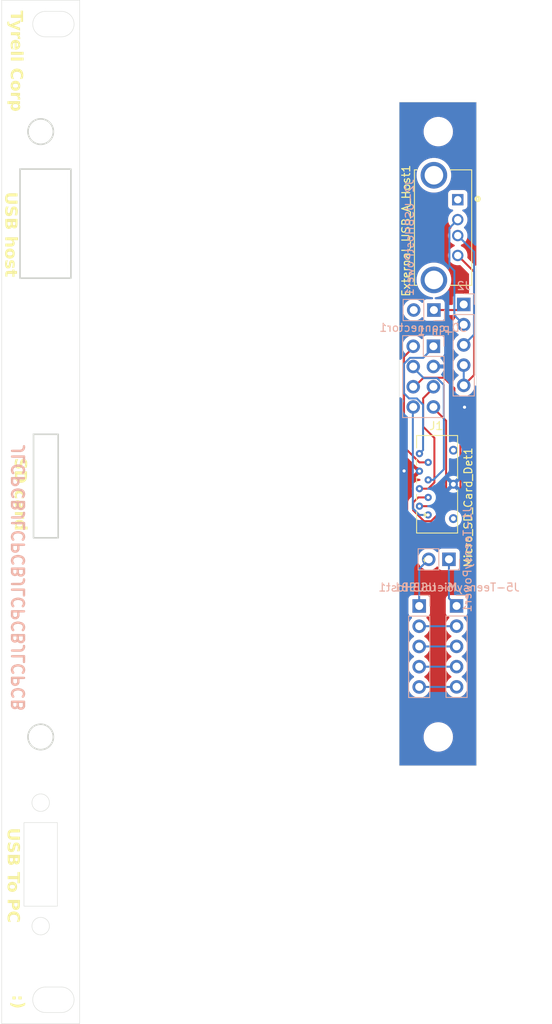
<source format=kicad_pcb>
(kicad_pcb (version 20221018) (generator pcbnew)
  (layers (0 "F.Cu" signal) (31 "B.Cu" signal) (34 "B.Paste" user) (35 "F.Paste" user) (36 "B.SilkS" user "B.Silkscreen") (37 "F.SilkS" user "F.Silkscreen") (38 "B.Mask" user) (39 "F.Mask" user) (44 "Edge.Cuts" user))
  (net 0 "")
  (net 1 "Net-(External_USB_A_Host1-VBUS)")
  (net 2 "Net-(External_USB_A_Host1-D-)")
  (net 3 "Net-(External_USB_A_Host1-D+)")
  (net 4 "Net-(External_USB_A_Host1-GND)")
  (net 5 "/DAT2")
  (net 6 "/DAT0")
  (net 7 "/CMD")
  (net 8 "/VCC")
  (net 9 "/CLK")
  (net 10 "GND")
  (net 11 "/DAT1")
  (net 13 "Net-(J2-Pin_1)")
  (net 14 "/DAT3")
  (net 15 "Net-(J1-TeensyPower1-Pin_1)")
  (net 16 "Net-(J1-TeensyPower1-Pin_2)")
  (net 17 "Net-(J5-TeensyMicroUSB1-Pin_2)")
  (net 18 "Net-(J5-TeensyMicroUSB1-Pin_3)")
  (net 19 "Net-(J5-TeensyMicroUSB1-Pin_4)")
  (net 20 "Net-(J5-TeensyMicroUSB1-Pin_5)")
  (net 21 "Net-(External_USB_A_Host1-VUSB)")
  (footprint "footprints:PJS008U-3000-0" (layer "F.Cu") (at 127.929999 102.728 90)
    (fp_text reference "J1" (at 11.176 1.016) (layer "F.SilkS"))
    (fp_text value "Micro_SD_Card_Det1" (at 0.940003 5.032 90) (layer "F.SilkS"))
    (fp_text user "*" (at -5.663997 -0.048 90) (layer "F.SilkS"))
    (fp_text user "*" (at 0 0 90) (layer "F.SilkS"))
    (fp_line (start -2.2714 -1.457) (end -2.2714 3.6992) (stroke (width 0.12)) (layer "F.SilkS"))
    (fp_line (start -2.2714 3.6992) (end 3.13251 3.6992) (stroke (width 0.12)) (layer "F.SilkS"))
    (fp_line (start 0.395333 -1.457) (end -2.2714 -1.457) (stroke (width 0.12)) (layer "F.SilkS"))
    (fp_line (start 2.595333 -1.457) (end 1.804668 -1.457) (stroke (width 0.12)) (layer "F.SilkS"))
    (fp_line (start 4.56749 3.6992) (end 9.9714 3.6992) (stroke (width 0.12)) (layer "F.SilkS"))
    (fp_line (start 4.795332 -1.457) (end 4.004669 -1.457) (stroke (width 0.12)) (layer "F.SilkS"))
    (fp_line (start 6.995332 -1.457) (end 6.204667 -1.457) (stroke (width 0.12)) (layer "F.SilkS"))
    (fp_line (start 9.9714 -1.457) (end 8.404667 -1.457) (stroke (width 0.12)) (layer "F.SilkS"))
    (fp_line (start 9.9714 3.6992) (end 9.9714 -1.457) (stroke (width 0.12)) (layer "F.SilkS"))
    (pad "1" thru_hole circle (at 0 0 90) (size 0.9144 0.9144) (drill 0.4064) (layers "*.Cu" "*.Mask") (net 5 "/DAT2"))
    (pad "2" thru_hole circle (at 1.1 -1.1 90) (size 0.9144 0.9144) (drill 0.4064) (layers "*.Cu" "*.Mask") (net 14 "/DAT3"))
    (pad "3" thru_hole circle (at 2.200001 0 90) (size 0.9144 0.9144) (drill 0.4064) (layers "*.Cu" "*.Mask") (net 7 "/CMD"))
    (pad "4" thru_hole circle (at 3.300001 -1.1 90) (size 0.9144 0.9144) (drill 0.4064) (layers "*.Cu" "*.Mask") (net 8 "/VCC"))
    (pad "5" thru_hole circle (at 4.399999 0 90) (size 0.9144 0.9144) (drill 0.4064) (layers "*.Cu" "*.Mask") (net 9 "/CLK"))
    (pad "6" thru_hole circle (at 5.499999 -1.1 90) (size 0.9144 0.9144) (drill 0.4064) (layers "*.Cu" "*.Mask") (net 10 "GND"))
    (pad "7" thru_hole circle (at 6.599999 0 90) (size 0.9144 0.9144) (drill 0.4064) (layers "*.Cu" "*.Mask") (net 6 "/DAT0"))
    (pad "8" thru_hole circle (at 7.7 -1.1 90) (size 0.9144 0.9144) (drill 0.4064) (layers "*.Cu" "*.Mask") (net 11 "/DAT1"))
    (pad "9" thru_hole circle (at -0.458 3.170001 90) (size 1.1176 1.1176) (drill 0.6096) (layers "*.Cu" "*.Mask"))
    (pad "10" thru_hole circle (at 3.85 3.170001 90) (size 1.1176 1.1176) (drill 0.6096) (layers "*.Cu" "*.Mask") (net 10 "GND"))
    (pad "11" thru_hole circle (at 8.128 3.170001 90) (size 1.1176 1.1176) (drill 0.6096) (layers "*.Cu" "*.Mask"))
  )
  (footprint "usba1vsb6:ONSHORE_USB-A1VSB6" (layer "F.Cu") (at 128.65 66.65 -90)
    (fp_text reference "External_USB_A_Host1" (at 0.4 3.5 90) (layer "F.SilkS"))
    (fp_text value "USB_A")
    (fp_line (start -7.25 -4.75) (end 7.25 -4.75) (stroke (width 0.127)) (layer "F.SilkS"))
    (fp_line (start -7.25 -2) (end -7.25 -4.75) (stroke (width 0.127)) (layer "F.SilkS"))
    (fp_line (start -7.25 2.45) (end -7.25 2.15) (stroke (width 0.127)) (layer "F.SilkS"))
    (fp_line (start 7.25 -4.75) (end 7.25 -2) (stroke (width 0.127)) (layer "F.SilkS"))
    (fp_line (start 7.25 2.15) (end 7.25 2.45) (stroke (width 0.127)) (layer "F.SilkS"))
    (fp_line (start 7.25 2.45) (end -7.25 2.45) (stroke (width 0.127)) (layer "F.SilkS"))
    (fp_circle (center -3.6 -5.5) (end -3.5 -5.5) (stroke (width 0.3)) (fill none) (layer "F.SilkS"))
    (pad "1" thru_hole rect (at -3.5 -3 270) (size 1.428 1.428) (drill 0.92) (layers "*.Cu" "*.Mask") (net 1 "Net-(External_USB_A_Host1-VBUS)"))
    (pad "2" thru_hole circle (at -1 -3 270) (size 1.428 1.428) (drill 0.92) (layers "*.Cu" "*.Mask") (net 2 "Net-(External_USB_A_Host1-D-)"))
    (pad "3" thru_hole circle (at 1 -3 270) (size 1.428 1.428) (drill 0.92) (layers "*.Cu" "*.Mask") (net 3 "Net-(External_USB_A_Host1-D+)"))
    (pad "4" thru_hole circle (at 3.5 -3 270) (size 1.428 1.428) (drill 0.92) (layers "*.Cu" "*.Mask") (net 4 "Net-(External_USB_A_Host1-GND)"))
    (pad "S1" thru_hole circle (at -6.57 0 270) (size 3.346 3.346) (drill 2.33) (layers "*.Cu" "*.Mask"))
    (pad "S2" thru_hole circle (at 6.57 0 270) (size 3.346 3.346) (drill 2.33) (layers "*.Cu" "*.Mask"))
  )
  (footprint "MountingHole:MountingHole_3.2mm_M3" (layer "F.Cu") (at 129.2 130.6)
    (fp_text reference "H2" hide)
    (fp_text value "MountingHole" hide)
    (pad "" np_thru_hole circle (at 0 0) (size 3.2 3.2) (drill 3.2) (layers "*.Cu" "*.Mask"))
  )
  (footprint "MountingHole:MountingHole_3.2mm_M3" (layer "F.Cu") (at 129.2 54.6)
    (fp_text reference "H1" hide)
    (fp_text value "MountingHole" hide)
    (pad "" np_thru_hole circle (at 0 0) (size 3.2 3.2) (drill 3.2) (layers "*.Cu" "*.Mask"))
  )
  (footprint "Connector_PinHeader_2.54mm:PinHeader_1x05_P2.54mm_Vertical" (layer "B.Cu") (at 131.5 114.15 180)
    (fp_text reference "J5-TeensyMicroUSB1" (at 0 2.33) (layer "B.SilkS") (effects (justify mirror)))
    (fp_text value "USB 5 pin to Teensy/MicroUSB")
    (fp_line (start -1.33 -11.49) (end 1.33 -11.49) (stroke (width 0.12)) (layer "B.SilkS"))
    (fp_line (start -1.33 -1.27) (end -1.33 -11.49) (stroke (width 0.12)) (layer "B.SilkS"))
    (fp_line (start -1.33 -1.27) (end 1.33 -1.27) (stroke (width 0.12)) (layer "B.SilkS"))
    (fp_line (start -1.33 0) (end -1.33 1.33) (stroke (width 0.12)) (layer "B.SilkS"))
    (fp_line (start -1.33 1.33) (end 0 1.33) (stroke (width 0.12)) (layer "B.SilkS"))
    (fp_line (start 1.33 -1.27) (end 1.33 -11.49) (stroke (width 0.12)) (layer "B.SilkS"))
    (pad "1" thru_hole rect (at 0 0 180) (size 1.7 1.7) (drill 1) (layers "*.Cu" "*.Mask") (net 15 "Net-(J1-TeensyPower1-Pin_1)"))
    (pad "2" thru_hole oval (at 0 -2.54 180) (size 1.7 1.7) (drill 1) (layers "*.Cu" "*.Mask") (net 17 "Net-(J5-TeensyMicroUSB1-Pin_2)"))
    (pad "3" thru_hole oval (at 0 -5.08 180) (size 1.7 1.7) (drill 1) (layers "*.Cu" "*.Mask") (net 18 "Net-(J5-TeensyMicroUSB1-Pin_3)"))
    (pad "4" thru_hole oval (at 0 -7.62 180) (size 1.7 1.7) (drill 1) (layers "*.Cu" "*.Mask") (net 19 "Net-(J5-TeensyMicroUSB1-Pin_4)"))
    (pad "5" thru_hole oval (at 0 -10.16 180) (size 1.7 1.7) (drill 1) (layers "*.Cu" "*.Mask") (net 20 "Net-(J5-TeensyMicroUSB1-Pin_5)"))
  )
  (footprint "Connector_PinHeader_2.54mm:PinHeader_1x02_P2.54mm_Vertical" (layer "B.Cu") (at 130.54 108.3 90)
    (fp_text reference "J1-TeensyPower1" (at 0 2.33 90) (layer "B.SilkS") (effects (justify mirror)))
    (fp_text value "USB power - Teensy device")
    (fp_line (start -1.33 -3.87) (end 1.33 -3.87) (stroke (width 0.12)) (layer "B.SilkS"))
    (fp_line (start -1.33 -1.27) (end -1.33 -3.87) (stroke (width 0.12)) (layer "B.SilkS"))
    (fp_line (start -1.33 -1.27) (end 1.33 -1.27) (stroke (width 0.12)) (layer "B.SilkS"))
    (fp_line (start -1.33 0) (end -1.33 1.33) (stroke (width 0.12)) (layer "B.SilkS"))
    (fp_line (start -1.33 1.33) (end 0 1.33) (stroke (width 0.12)) (layer "B.SilkS"))
    (fp_line (start 1.33 -1.27) (end 1.33 -3.87) (stroke (width 0.12)) (layer "B.SilkS"))
    (pad "1" thru_hole rect (at 0 0 90) (size 1.7 1.7) (drill 1) (layers "*.Cu" "*.Mask") (net 15 "Net-(J1-TeensyPower1-Pin_1)"))
    (pad "2" thru_hole oval (at 0 -2.54 90) (size 1.7 1.7) (drill 1) (layers "*.Cu" "*.Mask") (net 16 "Net-(J1-TeensyPower1-Pin_2)"))
  )
  (footprint "Connector_PinHeader_2.54mm:PinHeader_1x02_P2.54mm_Vertical" (layer "B.Cu") (at 128.65 77 90)
    (fp_text reference "J2-USBHostPower1" (at 9.1 -3.05 270) (layer "B.SilkS") (effects (justify mirror)))
    (fp_text value "USB power - host")
    (fp_line (start -1.33 -3.87) (end 1.33 -3.87) (stroke (width 0.12)) (layer "B.SilkS"))
    (fp_line (start -1.33 -1.27) (end -1.33 -3.87) (stroke (width 0.12)) (layer "B.SilkS"))
    (fp_line (start -1.33 -1.27) (end 1.33 -1.27) (stroke (width 0.12)) (layer "B.SilkS"))
    (fp_line (start -1.33 0) (end -1.33 1.33) (stroke (width 0.12)) (layer "B.SilkS"))
    (fp_line (start -1.33 1.33) (end 0 1.33) (stroke (width 0.12)) (layer "B.SilkS"))
    (fp_line (start 1.33 -1.27) (end 1.33 -3.87) (stroke (width 0.12)) (layer "B.SilkS"))
    (pad "1" thru_hole rect (at 0 0 90) (size 1.7 1.7) (drill 1) (layers "*.Cu" "*.Mask") (net 13 "Net-(J2-Pin_1)"))
    (pad "2" thru_hole oval (at 0 -2.54 90) (size 1.7 1.7) (drill 1) (layers "*.Cu" "*.Mask") (net 21 "Net-(External_USB_A_Host1-VUSB)"))
  )
  (footprint "Connector_PinHeader_2.54mm:PinHeader_1x05_P2.54mm_Vertical" (layer "B.Cu") (at 126.8 114.16 180)
    (fp_text reference "J6-USBHost1" (at 0 2.33) (layer "B.SilkS") (effects (justify mirror)))
    (fp_text value "USB 5 pin to frontpanel/Type C")
    (fp_line (start -1.33 -11.49) (end 1.33 -11.49) (stroke (width 0.12)) (layer "B.SilkS"))
    (fp_line (start -1.33 -1.27) (end -1.33 -11.49) (stroke (width 0.12)) (layer "B.SilkS"))
    (fp_line (start -1.33 -1.27) (end 1.33 -1.27) (stroke (width 0.12)) (layer "B.SilkS"))
    (fp_line (start -1.33 0) (end -1.33 1.33) (stroke (width 0.12)) (layer "B.SilkS"))
    (fp_line (start -1.33 1.33) (end 0 1.33) (stroke (width 0.12)) (layer "B.SilkS"))
    (fp_line (start 1.33 -1.27) (end 1.33 -11.49) (stroke (width 0.12)) (layer "B.SilkS"))
    (pad "1" thru_hole rect (at 0 0 180) (size 1.7 1.7) (drill 1) (layers "*.Cu" "*.Mask") (net 16 "Net-(J1-TeensyPower1-Pin_2)"))
    (pad "2" thru_hole oval (at 0 -2.54 180) (size 1.7 1.7) (drill 1) (layers "*.Cu" "*.Mask") (net 17 "Net-(J5-TeensyMicroUSB1-Pin_2)"))
    (pad "3" thru_hole oval (at 0 -5.08 180) (size 1.7 1.7) (drill 1) (layers "*.Cu" "*.Mask") (net 18 "Net-(J5-TeensyMicroUSB1-Pin_3)"))
    (pad "4" thru_hole oval (at 0 -7.62 180) (size 1.7 1.7) (drill 1) (layers "*.Cu" "*.Mask") (net 19 "Net-(J5-TeensyMicroUSB1-Pin_4)"))
    (pad "5" thru_hole oval (at 0 -10.16 180) (size 1.7 1.7) (drill 1) (layers "*.Cu" "*.Mask") (net 20 "Net-(J5-TeensyMicroUSB1-Pin_5)"))
  )
  (footprint "Connector_PinHeader_2.54mm:PinHeader_1x05_P2.54mm_Vertical" (layer "B.Cu") (at 132.4 76.3 180)
    (fp_text reference "J2" (at 0 2.33) (layer "B.SilkS") (effects (justify mirror)))
    (fp_text value "Internal_USB_Host_Teensy")
    (fp_line (start -1.33 -11.49) (end 1.33 -11.49) (stroke (width 0.12)) (layer "B.SilkS"))
    (fp_line (start -1.33 -1.27) (end -1.33 -11.49) (stroke (width 0.12)) (layer "B.SilkS"))
    (fp_line (start -1.33 -1.27) (end 1.33 -1.27) (stroke (width 0.12)) (layer "B.SilkS"))
    (fp_line (start -1.33 0) (end -1.33 1.33) (stroke (width 0.12)) (layer "B.SilkS"))
    (fp_line (start -1.33 1.33) (end 0 1.33) (stroke (width 0.12)) (layer "B.SilkS"))
    (fp_line (start 1.33 -1.27) (end 1.33 -11.49) (stroke (width 0.12)) (layer "B.SilkS"))
    (pad "1" thru_hole rect (at 0 0 180) (size 1.7 1.7) (drill 1) (layers "*.Cu" "*.Mask") (net 13 "Net-(J2-Pin_1)"))
    (pad "2" thru_hole oval (at 0 -2.54 180) (size 1.7 1.7) (drill 1) (layers "*.Cu" "*.Mask") (net 2 "Net-(External_USB_A_Host1-D-)"))
    (pad "3" thru_hole oval (at 0 -5.08 180) (size 1.7 1.7) (drill 1) (layers "*.Cu" "*.Mask") (net 3 "Net-(External_USB_A_Host1-D+)"))
    (pad "4" thru_hole oval (at 0 -7.62 180) (size 1.7 1.7) (drill 1) (layers "*.Cu" "*.Mask") (net 4 "Net-(External_USB_A_Host1-GND)"))
    (pad "5" thru_hole oval (at 0 -10.16 180) (size 1.7 1.7) (drill 1) (layers "*.Cu" "*.Mask") (net 4 "Net-(External_USB_A_Host1-GND)"))
  )
  (footprint "Connector_PinHeader_2.54mm:PinHeader_2x04_P2.54mm_Vertical" (layer "B.Cu") (at 128.59 81.55 180)
    (fp_text reference "SD_connector1" (at 1.27 2.33) (layer "B.SilkS") (effects (justify mirror)))
    (fp_text value "Conn_02x04_Odd_Even")
    (fp_line (start -1.33 -8.95) (end 3.87 -8.95) (stroke (width 0.12)) (layer "B.SilkS"))
    (fp_line (start -1.33 -1.27) (end -1.33 -8.95) (stroke (width 0.12)) (layer "B.SilkS"))
    (fp_line (start -1.33 -1.27) (end 1.27 -1.27) (stroke (width 0.12)) (layer "B.SilkS"))
    (fp_line (start -1.33 0) (end -1.33 1.33) (stroke (width 0.12)) (layer "B.SilkS"))
    (fp_line (start -1.33 1.33) (end 0 1.33) (stroke (width 0.12)) (layer "B.SilkS"))
    (fp_line (start 1.27 -1.27) (end 1.27 1.33) (stroke (width 0.12)) (layer "B.SilkS"))
    (fp_line (start 1.27 1.33) (end 3.87 1.33) (stroke (width 0.12)) (layer "B.SilkS"))
    (fp_line (start 3.87 1.33) (end 3.87 -8.95) (stroke (width 0.12)) (layer "B.SilkS"))
    (pad "1" thru_hole rect (at 0 0 180) (size 1.7 1.7) (drill 1) (layers "*.Cu" "*.Mask") (net 11 "/DAT1"))
    (pad "2" thru_hole oval (at 2.54 0 180) (size 1.7 1.7) (drill 1) (layers "*.Cu" "*.Mask") (net 6 "/DAT0"))
    (pad "3" thru_hole oval (at 0 -2.54 180) (size 1.7 1.7) (drill 1) (layers "*.Cu" "*.Mask") (net 10 "GND"))
    (pad "4" thru_hole oval (at 2.54 -2.54 180) (size 1.7 1.7) (drill 1) (layers "*.Cu" "*.Mask") (net 9 "/CLK"))
    (pad "5" thru_hole oval (at 0 -5.08 180) (size 1.7 1.7) (drill 1) (layers "*.Cu" "*.Mask") (net 8 "/VCC"))
    (pad "6" thru_hole oval (at 2.54 -5.08 180) (size 1.7 1.7) (drill 1) (layers "*.Cu" "*.Mask") (net 7 "/CMD"))
    (pad "7" thru_hole oval (at 0 -7.62 180) (size 1.7 1.7) (drill 1) (layers "*.Cu" "*.Mask") (net 14 "/DAT3"))
    (pad "8" thru_hole oval (at 2.54 -7.62 180) (size 1.7 1.7) (drill 1) (layers "*.Cu" "*.Mask") (net 5 "/DAT2"))
  )
  (gr_circle (center 79.2 130.6) (end 80.8 130.6) (stroke (width 0.2)) (fill none) (layer "Edge.Cuts"))
  (gr_line (start 79.8 165.2) (end 81.8 165.2) (stroke (width 0.05)) (layer "Edge.Cuts"))
  (gr_rect (start 77.1 141.35) (end 81.3 151.85) (stroke (width 0.05)) (fill none) (layer "Edge.Cuts"))
  (gr_line (start 81.8 39.5) (end 79.8 39.5) (stroke (width 0.05)) (layer "Edge.Cuts"))
  (gr_arc (start 79.8 42.7) (mid 78.2 41.1) (end 79.8 39.5) (stroke (width 0.05)) (layer "Edge.Cuts"))
  (gr_arc (start 81.8 39.5) (mid 83.4 41.1) (end 81.8 42.7) (stroke (width 0.05)) (layer "Edge.Cuts"))
  (gr_line (start 124.3 134.2) (end 124.3 50.9) (stroke (width 0.05)) (layer "Edge.Cuts"))
  (gr_circle (center 79.2 154.35) (end 80.3 154.35) (stroke (width 0.05)) (fill none) (layer "Edge.Cuts"))
  (gr_line (start 84.1 166.6) (end 84.1 38.1) (stroke (width 0.05)) (layer "Edge.Cuts"))
  (gr_line (start 134 50.9) (end 124.3 50.9) (stroke (width 0.05)) (layer "Edge.Cuts"))
  (gr_rect (start 76.6 59.3) (end 83 73) (stroke (width 0.2)) (fill none) (layer "Edge.Cuts"))
  (gr_circle (center 79.2 138.85) (end 80.3 138.85) (stroke (width 0.05)) (fill none) (layer "Edge.Cuts"))
  (gr_line (start 74.3 38.1) (end 74.3 166.6) (stroke (width 0.05)) (layer "Edge.Cuts"))
  (gr_line (start 124.3 134.2) (end 134 134.2) (stroke (width 0.05)) (layer "Edge.Cuts"))
  (gr_line (start 74.3 166.6) (end 84.1 166.6) (stroke (width 0.05)) (layer "Edge.Cuts"))
  (gr_line (start 84.1 38.1) (end 74.3 38.1) (stroke (width 0.05)) (layer "Edge.Cuts"))
  (gr_circle (center 79.2 54.6) (end 80.8 54.6) (stroke (width 0.2)) (fill none) (layer "Edge.Cuts"))
  (gr_line (start 134 50.9) (end 134 134.2) (stroke (width 0.05)) (layer "Edge.Cuts"))
  (gr_line (start 79.8 42.7) (end 81.8 42.7) (stroke (width 0.05)) (layer "Edge.Cuts"))
  (gr_line (start 81.8 162) (end 79.8 162) (stroke (width 0.05)) (layer "Edge.Cuts"))
  (gr_rect (start 78.3 92.6) (end 81.4 105.6) (stroke (width 0.2)) (fill none) (layer "Edge.Cuts"))
  (gr_arc (start 81.8 162) (mid 83.4 163.6) (end 81.8 165.2) (stroke (width 0.05)) (layer "Edge.Cuts"))
  (gr_arc (start 79.8 165.2) (mid 78.2 163.6) (end 79.8 162) (stroke (width 0.05)) (layer "Edge.Cuts"))
  (gr_text "Pin 1" (at 130.8 80.2) (layer "B.SilkS") (effects (font (size 1 1)) (justify left bottom mirror)))
  (gr_text "JLCPCBJLCPCBJLCPCBJLCPCB" (at 77.3 93.7 90) (layer "B.SilkS") (effects (font (size 1.5 1.5) (thickness 0.3) bold) (justify left bottom mirror)))
  (gr_text "SD card" (at 75.7 95.55 -90) (layer "F.SilkS") (effects (font (size 1.5 1.5) (thickness 0.3) bold) (justify left bottom)))
  (gr_text "USB host\n" (at 74.5 62.15 -90) (layer "F.SilkS") (effects (font (size 1.5 1.5) (thickness 0.3) bold) (justify left bottom)))
  (gr_text "Tyrell Corp" (at 75.2 39.4 270) (layer "F.SilkS") (effects (font (size 1.5 1.5) (thickness 0.3) bold) (justify left bottom)))
  (gr_text "USB To PC" (at 74.8 142 -90) (layer "F.SilkS") (effects (font (size 1.5 1.5) (thickness 0.3) bold) (justify left bottom)))
  (gr_text ":)" (at 75.4 162.95 270) (layer "F.SilkS") (effects (font (size 1.5 1.5) (thickness 0.3) bold) (justify left bottom)))
  (segment (start 131.225 72.075) (end 130.6 71.45) (width 0.25) (layer "B.Cu") (net 2))
  (segment (start 131.225 77.665) (end 131.225 72.075) (width 0.25) (layer "B.Cu") (net 2))
  (segment (start 132.4 78.84) (end 131.225 77.665) (width 0.25) (layer "B.Cu") (net 2))
  (segment (start 130.6 66.7) (end 131.65 65.65) (width 0.25) (layer "B.Cu") (net 2))
  (segment (start 130.6 71.45) (end 130.6 66.7) (width 0.25) (layer "B.Cu") (net 2))
  (segment (start 133.7 80.08) (end 133.7 69.7) (width 0.25) (layer "B.Cu") (net 3))
  (segment (start 133.7 69.7) (end 131.65 67.65) (width 0.25) (layer "B.Cu") (net 3))
  (segment (start 132.4 81.38) (end 133.7 80.08) (width 0.25) (layer "B.Cu") (net 3))
  (segment (start 133.7 85.16) (end 133.7 72.2) (width 0.25) (layer "F.Cu") (net 4))
  (segment (start 133.7 72.2) (end 131.65 70.15) (width 0.25) (layer "F.Cu") (net 4))
  (segment (start 132.4 86.46) (end 133.7 85.16) (width 0.25) (layer "F.Cu") (net 4))
  (segment (start 132.4 83.92) (end 132.4 86.46) (width 0.25) (layer "B.Cu") (net 4))
  (segment (start 127.929999 102.728) (end 126.823801 102.728) (width 0.25) (layer "B.Cu") (net 5))
  (segment (start 126 101.904199) (end 126 89.38) (width 0.25) (layer "B.Cu") (net 5))
  (segment (start 126.823801 102.728) (end 126 101.904199) (width 0.25) (layer "B.Cu") (net 5))
  (segment (start 124.885 94.189199) (end 124.885 82.875) (width 0.25) (layer "F.Cu") (net 6))
  (segment (start 124.885 82.875) (end 126.06 81.7) (width 0.25) (layer "F.Cu") (net 6))
  (segment (start 126.823802 96.128001) (end 124.885 94.189199) (width 0.25) (layer "F.Cu") (net 6))
  (segment (start 127.929999 96.128001) (end 126.823802 96.128001) (width 0.25) (layer "F.Cu") (net 6))
  (segment (start 131.9838 99.8162) (end 131.9838 91.042099) (width 0.25) (layer "F.Cu") (net 7))
  (segment (start 126.047799 101.1624) (end 126.047799 102.147799) (width 0.25) (layer "F.Cu") (net 7))
  (segment (start 131.9838 91.042099) (end 131.225 90.283299) (width 0.25) (layer "F.Cu") (net 7))
  (segment (start 131.225 86.825) (end 129.9 85.5) (width 0.25) (layer "F.Cu") (net 7))
  (segment (start 128.2898 103.5102) (end 131.9838 99.8162) (width 0.25) (layer "F.Cu") (net 7))
  (segment (start 127.929999 100.527999) (end 126.6822 100.527999) (width 0.25) (layer "F.Cu") (net 7))
  (segment (start 126.047799 102.147799) (end 127.4102 103.5102) (width 0.25) (layer "F.Cu") (net 7))
  (segment (start 129.9 85.5) (end 127.34 85.5) (width 0.25) (layer "F.Cu") (net 7))
  (segment (start 127.34 85.5) (end 126.06 86.78) (width 0.25) (layer "F.Cu") (net 7))
  (segment (start 126.6822 100.527999) (end 126.047799 101.1624) (width 0.25) (layer "F.Cu") (net 7))
  (segment (start 131.225 90.283299) (end 131.225 86.825) (width 0.25) (layer "F.Cu") (net 7))
  (segment (start 127.4102 103.5102) (end 128.2898 103.5102) (width 0.25) (layer "F.Cu") (net 7))
  (segment (start 127.3 88.08) (end 127.3 91.65) (width 0.25) (layer "F.Cu") (net 8))
  (segment (start 127.3 91.65) (end 128.712199 93.062199) (width 0.25) (layer "F.Cu") (net 8))
  (segment (start 127.936199 99.427999) (end 126.829999 99.427999) (width 0.25) (layer "F.Cu") (net 8))
  (segment (start 128.712199 93.062199) (end 128.712199 98.651999) (width 0.25) (layer "F.Cu") (net 8))
  (segment (start 128.712199 98.651999) (end 127.936199 99.427999) (width 0.25) (layer "F.Cu") (net 8))
  (segment (start 128.6 86.78) (end 127.3 88.08) (width 0.25) (layer "F.Cu") (net 8))
  (segment (start 129.9 86.4) (end 129.9 97.004578) (width 0.25) (layer "B.Cu") (net 9))
  (segment (start 128.576577 98.328001) (end 127.929999 98.328001) (width 0.25) (layer "B.Cu") (net 9))
  (segment (start 127.37 85.55) (end 129.05 85.55) (width 0.25) (layer "B.Cu") (net 9))
  (segment (start 126.06 84.24) (end 127.37 85.55) (width 0.25) (layer "B.Cu") (net 9))
  (segment (start 129.05 85.55) (end 129.9 86.4) (width 0.25) (layer "B.Cu") (net 9))
  (segment (start 129.9 97.004578) (end 128.576577 98.328001) (width 0.25) (layer "B.Cu") (net 9))
  (segment (start 124.928001 97.228001) (end 124.9 97.2) (width 0.25) (layer "F.Cu") (net 10))
  (via (at 124.9 97.2) (size 0.8) (drill 0.4) (layers "F.Cu" "B.Cu") (net 10))
  (via (at 132.5 89.2) (size 0.8) (drill 0.4) (layers "F.Cu" "B.Cu") (net 10))
  (segment (start 127.287199 94.5708) (end 126.829999 95.028) (width 0.25) (layer "B.Cu") (net 11))
  (segment (start 126.501701 88.1) (end 127.287199 88.885498) (width 0.25) (layer "B.Cu") (net 11))
  (segment (start 128.6 81.7) (end 127.3 83) (width 0.25) (layer "B.Cu") (net 11))
  (segment (start 127.287199 88.885498) (end 127.287199 94.5708) (width 0.25) (layer "B.Cu") (net 11))
  (segment (start 127.3 83) (end 125.638299 83) (width 0.25) (layer "B.Cu") (net 11))
  (segment (start 124.885 83.753299) (end 124.885 87.456701) (width 0.25) (layer "B.Cu") (net 11))
  (segment (start 125.638299 83) (end 124.885 83.753299) (width 0.25) (layer "B.Cu") (net 11))
  (segment (start 125.528299 88.1) (end 126.501701 88.1) (width 0.25) (layer "B.Cu") (net 11))
  (segment (start 124.885 87.456701) (end 125.528299 88.1) (width 0.25) (layer "B.Cu") (net 11))
  (segment (start 131.7 77) (end 132.4 76.3) (width 0.25) (layer "F.Cu") (net 13))
  (segment (start 128.65 77) (end 131.7 77) (width 0.25) (layer "F.Cu") (net 13))
  (segment (start 128.785052 101.628) (end 130.186189 100.226863) (width 0.25) (layer "F.Cu") (net 14))
  (segment (start 126.829999 101.628) (end 128.785052 101.628) (width 0.25) (layer "F.Cu") (net 14))
  (segment (start 130.186189 90.906189) (end 128.6 89.32) (width 0.25) (layer "F.Cu") (net 14))
  (segment (start 130.186189 100.226863) (end 130.186189 90.906189) (width 0.25) (layer "F.Cu") (net 14))
  (segment (start 130.54 108.3) (end 130.54 113.19) (width 0.25) (layer "B.Cu") (net 15))
  (segment (start 130.54 113.19) (end 131.5 114.15) (width 0.25) (layer "B.Cu") (net 15))
  (segment (start 126.8 114.16) (end 126.8 109.5) (width 0.25) (layer "B.Cu") (net 16))
  (segment (start 126.8 109.5) (end 128 108.3) (width 0.25) (layer "B.Cu") (net 16))
  (segment (start 131.49 116.7) (end 131.5 116.69) (width 0.25) (layer "B.Cu") (net 17))
  (segment (start 126.8 116.7) (end 131.49 116.7) (width 0.25) (layer "B.Cu") (net 17))
  (segment (start 126.8 119.24) (end 131.49 119.24) (width 0.25) (layer "B.Cu") (net 18))
  (segment (start 131.49 119.24) (end 131.5 119.23) (width 0.25) (layer "B.Cu") (net 18))
  (segment (start 131.49 121.78) (end 131.5 121.77) (width 0.25) (layer "B.Cu") (net 19))
  (segment (start 126.8 121.78) (end 131.49 121.78) (width 0.25) (layer "B.Cu") (net 19))
  (segment (start 131.49 124.32) (end 131.5 124.31) (width 0.25) (layer "B.Cu") (net 20))
  (segment (start 126.8 124.32) (end 131.49 124.32) (width 0.25) (layer "B.Cu") (net 20))
  (zone (net 10) (net_name "GND") (layers "F&B.Cu") (connect_pads (clearance 0.508)) (min_thickness 0.25) (fill yes (thermal_gap 0.5) (thermal_bridge_width 0.5))
    (polygon (pts (xy 124.3 50.9) (xy 134 50.9) (xy 134 134.2) (xy 124.3 134.2)))
  )
)
</source>
